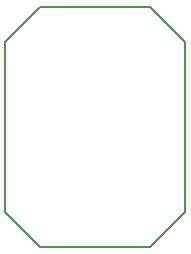
<source format=gko>
G04 DipTrace 2.4.0.2*
%INlightning.gko*%
%MOMM*%
%ADD11C,0.14*%
%FSLAX53Y53*%
G04*
G71*
G90*
G75*
G01*
%LNBoardOutline*%
%LPD*%
X12967Y10008D2*
D11*
X10008Y12967D1*
Y27369D1*
X12967Y30328D1*
X22289D1*
X25248Y27369D1*
Y12967D1*
X22289Y10008D1*
X12967D1*
M02*

</source>
